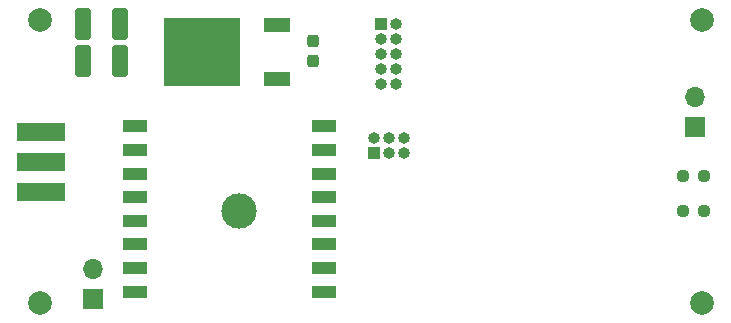
<source format=gbr>
%TF.GenerationSoftware,KiCad,Pcbnew,6.0.2+dfsg-1*%
%TF.CreationDate,2022-08-30T22:44:58-05:00*%
%TF.ProjectId,Rocket Tracker,526f636b-6574-4205-9472-61636b65722e,rev?*%
%TF.SameCoordinates,Original*%
%TF.FileFunction,Soldermask,Bot*%
%TF.FilePolarity,Negative*%
%FSLAX46Y46*%
G04 Gerber Fmt 4.6, Leading zero omitted, Abs format (unit mm)*
G04 Created by KiCad (PCBNEW 6.0.2+dfsg-1) date 2022-08-30 22:44:58*
%MOMM*%
%LPD*%
G01*
G04 APERTURE LIST*
G04 Aperture macros list*
%AMRoundRect*
0 Rectangle with rounded corners*
0 $1 Rounding radius*
0 $2 $3 $4 $5 $6 $7 $8 $9 X,Y pos of 4 corners*
0 Add a 4 corners polygon primitive as box body*
4,1,4,$2,$3,$4,$5,$6,$7,$8,$9,$2,$3,0*
0 Add four circle primitives for the rounded corners*
1,1,$1+$1,$2,$3*
1,1,$1+$1,$4,$5*
1,1,$1+$1,$6,$7*
1,1,$1+$1,$8,$9*
0 Add four rect primitives between the rounded corners*
20,1,$1+$1,$2,$3,$4,$5,0*
20,1,$1+$1,$4,$5,$6,$7,0*
20,1,$1+$1,$6,$7,$8,$9,0*
20,1,$1+$1,$8,$9,$2,$3,0*%
G04 Aperture macros list end*
%ADD10R,1.000000X1.000000*%
%ADD11O,1.000000X1.000000*%
%ADD12C,3.000000*%
%ADD13R,1.700000X1.700000*%
%ADD14O,1.700000X1.700000*%
%ADD15C,2.000000*%
%ADD16RoundRect,0.237500X0.250000X0.237500X-0.250000X0.237500X-0.250000X-0.237500X0.250000X-0.237500X0*%
%ADD17RoundRect,0.237500X0.237500X-0.300000X0.237500X0.300000X-0.237500X0.300000X-0.237500X-0.300000X0*%
%ADD18R,2.200000X1.200000*%
%ADD19R,6.400000X5.800000*%
%ADD20R,4.060000X1.520000*%
%ADD21R,2.000000X1.000000*%
%ADD22RoundRect,0.250000X0.412500X1.100000X-0.412500X1.100000X-0.412500X-1.100000X0.412500X-1.100000X0*%
G04 APERTURE END LIST*
D10*
%TO.C,J1*%
X100225000Y-99275000D03*
D11*
X100225000Y-98005000D03*
X101495000Y-99275000D03*
X101495000Y-98005000D03*
X102765000Y-99275000D03*
X102765000Y-98005000D03*
%TD*%
D12*
%TO.C,U3*%
X88800000Y-104200000D03*
%TD*%
D13*
%TO.C,J5*%
X127400000Y-97075000D03*
D14*
X127400000Y-94535000D03*
%TD*%
D15*
%TO.C,REF\u002A\u002A*%
X128000000Y-88000000D03*
%TD*%
D13*
%TO.C,J3*%
X76450000Y-111600000D03*
D14*
X76450000Y-109060000D03*
%TD*%
D15*
%TO.C,REF\u002A\u002A*%
X72000000Y-88000000D03*
%TD*%
%TO.C,REF\u002A\u002A*%
X128000000Y-112000000D03*
%TD*%
%TO.C,REF\u002A\u002A*%
X72000000Y-112000000D03*
%TD*%
D11*
%TO.C,J2*%
X102120000Y-93430000D03*
X100850000Y-93430000D03*
X102120000Y-92160000D03*
X100850000Y-92160000D03*
X102120000Y-90890000D03*
X100850000Y-90890000D03*
X102120000Y-89620000D03*
X100850000Y-89620000D03*
X102120000Y-88350000D03*
D10*
X100850000Y-88350000D03*
%TD*%
D16*
%TO.C,R1*%
X128212500Y-101200000D03*
X126387500Y-101200000D03*
%TD*%
D17*
%TO.C,C2*%
X95100000Y-91462500D03*
X95100000Y-89737500D03*
%TD*%
D18*
%TO.C,U5*%
X92000000Y-88420000D03*
D19*
X85700000Y-90700000D03*
D18*
X92000000Y-92980000D03*
%TD*%
D16*
%TO.C,R2*%
X128212500Y-104200000D03*
X126387500Y-104200000D03*
%TD*%
D20*
%TO.C,J4*%
X72080000Y-100000000D03*
X72080000Y-97460000D03*
X72080000Y-102540000D03*
%TD*%
D21*
%TO.C,U2*%
X80000000Y-111000000D03*
X80000000Y-109000000D03*
X80000000Y-107000000D03*
X80000000Y-105000000D03*
X80000000Y-103000000D03*
X80000000Y-101000000D03*
X80000000Y-99000000D03*
X80000000Y-97000000D03*
X96000000Y-97000000D03*
X96000000Y-99000000D03*
X96000000Y-101000000D03*
X96000000Y-103000000D03*
X96000000Y-105000000D03*
X96000000Y-107000000D03*
X96000000Y-109000000D03*
X96000000Y-111000000D03*
%TD*%
D22*
%TO.C,C1*%
X78762500Y-91500000D03*
X75637500Y-91500000D03*
%TD*%
%TO.C,C3*%
X78762500Y-88300000D03*
X75637500Y-88300000D03*
%TD*%
M02*

</source>
